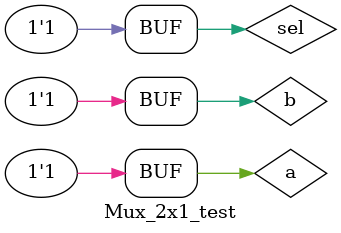
<source format=v>
module Mux_2x1_test();
    reg a, b, sel;
    wire out;
    Mux_2x1 m(
        .Inputs({b, a}),
        .Select(sel),
        .Y(out)
    );

    initial begin 
        a=0; b=0; sel=0; #10;
        a=1; b=0; sel=0; #10;
        a=0; b=1; sel=0; #10;
        a=1; b=1; sel=0; #10;
        a=0; b=0; sel=1; #10;
        a=1; b=0; sel=1; #10;
        a=0; b=1; sel=1; #10;
        a=1; b=1; sel=1; #10;
    end
endmodule

</source>
